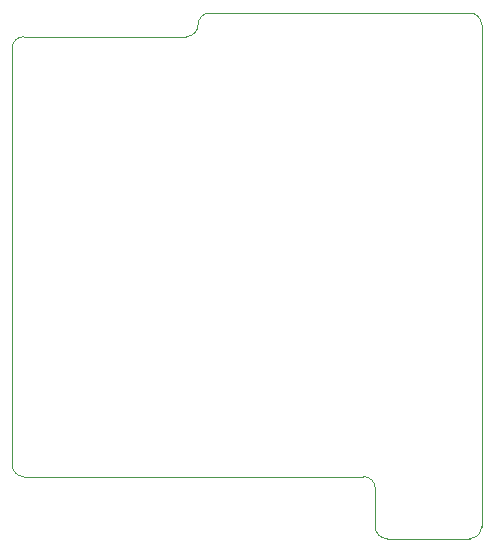
<source format=gm1>
G04 #@! TF.GenerationSoftware,KiCad,Pcbnew,5.1.0*
G04 #@! TF.CreationDate,2019-04-16T15:55:50+02:00*
G04 #@! TF.ProjectId,KXKM_audio_board_for_ESP32,4b584b4d-5f61-4756-9469-6f5f626f6172,1.0*
G04 #@! TF.SameCoordinates,PX82a7440PY6f94740*
G04 #@! TF.FileFunction,Profile,NP*
%FSLAX46Y46*%
G04 Gerber Fmt 4.6, Leading zero omitted, Abs format (unit mm)*
G04 Created by KiCad (PCBNEW 5.1.0) date 2019-04-16 15:55:50*
%MOMM*%
%LPD*%
G04 APERTURE LIST*
%ADD10C,0.050000*%
G04 APERTURE END LIST*
D10*
X14750000Y42500000D02*
X1000000Y42500000D01*
X15750000Y43500000D02*
G75*
G02X14750000Y42500000I-1000000J0D01*
G01*
X15750000Y43500000D02*
G75*
G02X16750000Y44500000I1000000J0D01*
G01*
X39750000Y1000000D02*
X39750000Y43500000D01*
X0Y41500000D02*
G75*
G02X1000000Y42500000I1000000J0D01*
G01*
X1000000Y5250000D02*
G75*
G02X0Y6250000I0J1000000D01*
G01*
X29750000Y5250000D02*
G75*
G02X30750000Y4250000I0J-1000000D01*
G01*
X31750000Y0D02*
G75*
G02X30750000Y1000000I0J1000000D01*
G01*
X39750000Y1000000D02*
G75*
G02X38750000Y0I-1000000J0D01*
G01*
X38750000Y44500000D02*
G75*
G02X39750000Y43500000I0J-1000000D01*
G01*
X31750000Y0D02*
X38750000Y0D01*
X30750000Y4250000D02*
X30750000Y1000000D01*
X1000000Y5250000D02*
X29750000Y5250000D01*
X0Y41500000D02*
X0Y6250000D01*
X38750000Y44500000D02*
X16750000Y44500000D01*
M02*

</source>
